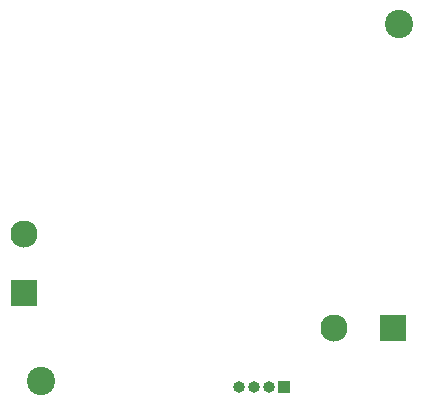
<source format=gbs>
%TF.GenerationSoftware,KiCad,Pcbnew,9.0.0*%
%TF.CreationDate,2025-03-07T10:14:08+01:00*%
%TF.ProjectId,converter1A,636f6e76-6572-4746-9572-31412e6b6963,rev?*%
%TF.SameCoordinates,Original*%
%TF.FileFunction,Soldermask,Bot*%
%TF.FilePolarity,Negative*%
%FSLAX46Y46*%
G04 Gerber Fmt 4.6, Leading zero omitted, Abs format (unit mm)*
G04 Created by KiCad (PCBNEW 9.0.0) date 2025-03-07 10:14:08*
%MOMM*%
%LPD*%
G01*
G04 APERTURE LIST*
%ADD10C,2.400000*%
%ADD11R,2.300000X2.300000*%
%ADD12C,2.300000*%
%ADD13R,1.000000X1.000000*%
%ADD14O,1.000000X1.000000*%
G04 APERTURE END LIST*
D10*
%TO.C,H3*%
X168000000Y-108000000D03*
%TD*%
D11*
%TO.C,J3*%
X166500000Y-100525000D03*
D12*
X166500000Y-95525000D03*
%TD*%
D11*
%TO.C,J1*%
X197740000Y-103540000D03*
D12*
X192740000Y-103540000D03*
%TD*%
D10*
%TO.C,H2*%
X198300000Y-77720000D03*
%TD*%
D13*
%TO.C,J4*%
X188540000Y-108500000D03*
D14*
X187270000Y-108500000D03*
X186000000Y-108500000D03*
X184730000Y-108500000D03*
%TD*%
M02*

</source>
